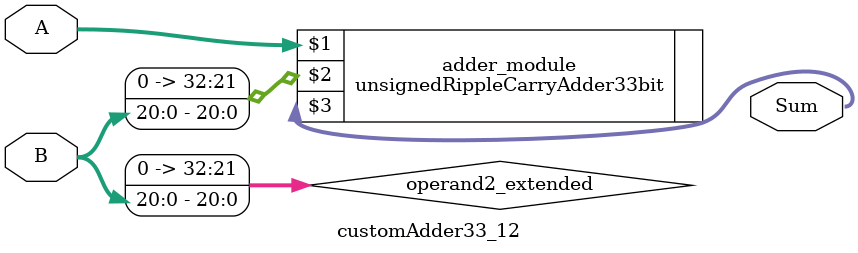
<source format=v>
module customAdder33_12(
                        input [32 : 0] A,
                        input [20 : 0] B,
                        
                        output [33 : 0] Sum
                );

        wire [32 : 0] operand2_extended;
        
        assign operand2_extended =  {12'b0, B};
        
        unsignedRippleCarryAdder33bit adder_module(
            A,
            operand2_extended,
            Sum
        );
        
        endmodule
        
</source>
